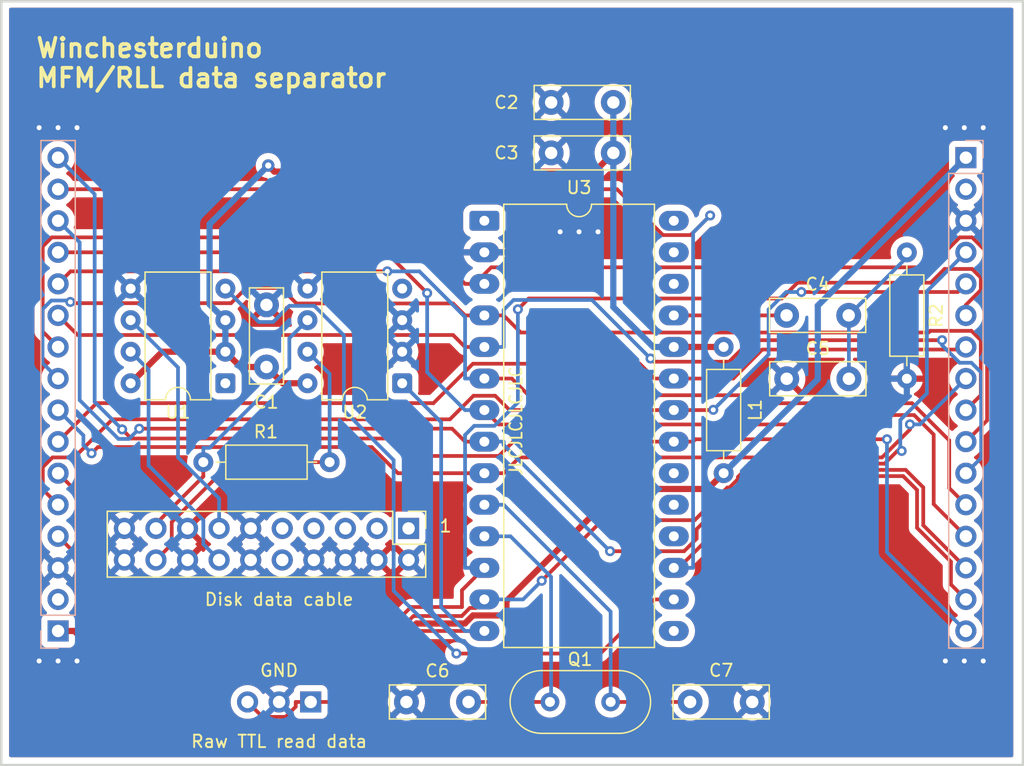
<source format=kicad_pcb>
(kicad_pcb (version 20241229) (generator "pcbnew") (generator_version "9.0")
  (title_block (date "mar. 31 mars 2015"))
  (layers (0 "F.Cu" signal) (2 "B.Cu" signal) (13 "F.Paste" user) (15 "B.Paste" user) (5 "F.SilkS" user "F.Silkscreen") (7 "B.SilkS" user "B.Silkscreen") (1 "F.Mask" user) (3 "B.Mask" user) (25 "Edge.Cuts" user))
  (net 0 "")
  (net 1 "GND")
  (net 2 "/+5VF")
  (net 3 "Net-(C4-Pad2)")
  (net 4 "Net-(U3-PUMP)")
  (net 10 "Net-(U3-XTALOUT)")
  (net 11 "Net-(U3-XTALIN)")
  (net 12 "/SC")
  (net 13 "/WGATE")
  (net 14 "/RLL~{MFM}")
  (net 15 "/WCLOCK")
  (net 16 "/RCLOCK")
  (net 18 "/~{LATE}")
  (net 19 "/RDATA")
  (net 20 "/WDATA")
  (net 21 "/RGATE")
  (net 22 "/~{EARLY}")
  (net 23 "/DATARUN")
  (net 24 "/+5V")
  (net 25 "/WPCEN")
  (net 26 "/WINDOW")
  (net 28 "/+WRITE")
  (net 34 "/-READ")
  (net 35 "/+READ")
  (net 36 "/-WRITE")
  (net 37 "Net-(J4-Pin_1)")
  (net 39 "Net-(U1-D)")
  (footprint "Capacitor_THT:C_Disc_D7.5mm_W2.5mm_P5.00mm" (layer "F.Cu") (at 148.474 50.724 180)
    (property "Reference" "C3" (at 8.596 0 0) (layer "F.SilkS"))
    (property "Value" "1n0")
    (pad "1" thru_hole circle (at 0 0 180) (size 2 2) (drill 1) (layers "*.Cu" "*.Mask") (net 2 "/+5VF"))
    (pad "2" thru_hole circle (at 5 0 180) (size 2 2) (drill 1) (layers "*.Cu" "*.Mask") (net 1 "GND"))
  )
  (footprint "Package_DIP:DIP-8_W7.62mm" (layer "F.Cu") (at 131.491 69.266 180)
    (property "Reference" "U2" (at 3.81 -2.33 0) (layer "F.SilkS"))
    (property "Value" "SN75176")
    (pad "1" thru_hole roundrect (at 0 0 180) (size 1.6 1.6) (drill 0.8) (layers "*.Cu" "*.Mask") (roundrect_rratio 0.15625) (net 37 "Net-(J4-Pin_1)"))
    (pad "2" thru_hole circle (at 0 2.54 180) (size 1.6 1.6) (drill 0.8) (layers "*.Cu" "*.Mask") (net 1 "GND"))
    (pad "3" thru_hole circle (at 0 5.08 180) (size 1.6 1.6) (drill 0.8) (layers "*.Cu" "*.Mask") (net 1 "GND"))
    (pad "4" thru_hole circle (at 0 7.62 180) (size 1.6 1.6) (drill 0.8) (layers "*.Cu" "*.Mask"))
    (pad "5" thru_hole circle (at 7.62 7.62 180) (size 1.6 1.6) (drill 0.8) (layers "*.Cu" "*.Mask") (net 1 "GND"))
    (pad "6" thru_hole circle (at 7.62 5.08 180) (size 1.6 1.6) (drill 0.8) (layers "*.Cu" "*.Mask") (net 35 "/+READ"))
    (pad "7" thru_hole circle (at 7.62 2.54 180) (size 1.6 1.6) (drill 0.8) (layers "*.Cu" "*.Mask") (net 34 "/-READ"))
    (pad "8" thru_hole circle (at 7.62 0 180) (size 1.6 1.6) (drill 0.8) (layers "*.Cu" "*.Mask") (net 2 "/+5VF"))
  )
  (footprint "Resistor_THT:R_Axial_DIN0207_L6.3mm_D2.5mm_P10.16mm_Horizontal" (layer "F.Cu") (at 172.0855 58.7355 -90)
    (property "Reference" "R2" (at 5.08 -2.37 90) (layer "F.SilkS"))
    (property "Value" "590")
    (pad "1" thru_hole circle (at 0 0 270) (size 1.6 1.6) (drill 0.8) (layers "*.Cu" "*.Mask") (net 3 "Net-(C4-Pad2)"))
    (pad "2" thru_hole oval (at 10.16 0 270) (size 1.6 1.6) (drill 0.8) (layers "*.Cu" "*.Mask") (net 1 "GND"))
  )
  (footprint "Package_DIP:DIP-28_W15.24mm_LongPads" (layer "F.Cu") (at 138.1 56.185)
    (property "Reference" "U3" (at 7.62 -2.667 0) (layer "F.SilkS"))
    (property "Value" "WD10C23")
    (pad "1" thru_hole roundrect (at 0 0) (size 2.4 1.6) (drill 0.8) (layers "*.Cu" "*.Mask") (roundrect_rratio 0.15625))
    (pad "2" thru_hole oval (at 0 2.54) (size 2.4 1.6) (drill 0.8) (layers "*.Cu" "*.Mask") (net 1 "GND"))
    (pad "3" thru_hole oval (at 0 5.08) (size 2.4 1.6) (drill 0.8) (layers "*.Cu" "*.Mask") (net 13 "/WGATE"))
    (pad "4" thru_hole oval (at 0 7.62) (size 2.4 1.6) (drill 0.8) (layers "*.Cu" "*.Mask") (net 21 "/RGATE"))
    (pad "5" thru_hole oval (at 0 10.16) (size 2.4 1.6) (drill 0.8) (layers "*.Cu" "*.Mask") (net 25 "/WPCEN"))
    (pad "6" thru_hole oval (at 0 12.7) (size 2.4 1.6) (drill 0.8) (layers "*.Cu" "*.Mask") (net 18 "/~{LATE}"))
    (pad "7" thru_hole oval (at 0 15.24) (size 2.4 1.6) (drill 0.8) (layers "*.Cu" "*.Mask") (net 22 "/~{EARLY}"))
    (pad "8" thru_hole oval (at 0 17.78) (size 2.4 1.6) (drill 0.8) (layers "*.Cu" "*.Mask") (net 20 "/WDATA"))
    (pad "9" thru_hole oval (at 0 20.32) (size 2.4 1.6) (drill 0.8) (layers "*.Cu" "*.Mask") (net 15 "/WCLOCK"))
    (pad "10" thru_hole oval (at 0 22.86) (size 2.4 1.6) (drill 0.8) (layers "*.Cu" "*.Mask") (net 11 "Net-(U3-XTALIN)"))
    (pad "11" thru_hole oval (at 0 25.4) (size 2.4 1.6) (drill 0.8) (layers "*.Cu" "*.Mask") (net 10 "Net-(U3-XTALOUT)"))
    (pad "12" thru_hole oval (at 0 27.94) (size 2.4 1.6) (drill 0.8) (layers "*.Cu" "*.Mask") (net 23 "/DATARUN"))
    (pad "13" thru_hole oval (at 0 30.48) (size 2.4 1.6) (drill 0.8) (layers "*.Cu" "*.Mask") (net 26 "/WINDOW"))
    (pad "14" thru_hole oval (at 0 33.02) (size 2.4 1.6) (drill 0.8) (layers "*.Cu" "*.Mask") (net 37 "Net-(J4-Pin_1)"))
    (pad "15" thru_hole oval (at 15.24 33.02) (size 2.4 1.6) (drill 0.8) (layers "*.Cu" "*.Mask"))
    (pad "16" thru_hole oval (at 15.24 30.48) (size 2.4 1.6) (drill 0.8) (layers "*.Cu" "*.Mask") (net 39 "Net-(U1-D)"))
    (pad "17" thru_hole oval (at 15.24 27.94) (size 2.4 1.6) (drill 0.8) (layers "*.Cu" "*.Mask") (net 14 "/RLL~{MFM}"))
    (pad "18" thru_hole oval (at 15.24 25.4) (size 2.4 1.6) (drill 0.8) (layers "*.Cu" "*.Mask"))
    (pad "19" thru_hole oval (at 15.24 22.86) (size 2.4 1.6) (drill 0.8) (layers "*.Cu" "*.Mask"))
    (pad "20" thru_hole oval (at 15.24 20.32) (size 2.4 1.6) (drill 0.8) (layers "*.Cu" "*.Mask"))
    (pad "21" thru_hole oval (at 15.24 17.78) (size 2.4 1.6) (drill 0.8) (layers "*.Cu" "*.Mask") (net 12 "/SC"))
    (pad "22" thru_hole oval (at 15.24 15.24) (size 2.4 1.6) (drill 0.8) (layers "*.Cu" "*.Mask") (net 19 "/RDATA"))
    (pad "23" thru_hole oval (at 15.24 12.7) (size 2.4 1.6) (drill 0.8) (layers "*.Cu" "*.Mask") (net 16 "/RCLOCK"))
    (pad "24" thru_hole oval (at 15.24 10.16) (size 2.4 1.6) (drill 0.8) (layers "*.Cu" "*.Mask") (net 2 "/+5VF"))
    (pad "25" thru_hole oval (at 15.24 7.62) (size 2.4 1.6) (drill 0.8) (layers "*.Cu" "*.Mask") (net 4 "Net-(U3-PUMP)"))
    (pad "26" thru_hole oval (at 15.24 5.08) (size 2.4 1.6) (drill 0.8) (layers "*.Cu" "*.Mask"))
    (pad "27" thru_hole oval (at 15.24 2.54) (size 2.4 1.6) (drill 0.8) (layers "*.Cu" "*.Mask"))
    (pad "28" thru_hole oval (at 15.24 0) (size 2.4 1.6) (drill 0.8) (layers "*.Cu" "*.Mask"))
  )
  (footprint "Connector_PinHeader_2.54mm:PinHeader_2x10_P2.54mm_Vertical" (layer "F.Cu") (at 132.004 80.95 -90)
    (property "Reference" "J3" (hide yes))
    (property "Value" "Conn_02x10_Odd_Even")
    (pad "1" thru_hole rect (at 0 0 270) (size 1.7 1.7) (drill 1) (layers "*.Cu" "*.Mask"))
    (pad "2" thru_hole circle (at 2.54 0 270) (size 1.7 1.7) (drill 1) (layers "*.Cu" "*.Mask") (net 1 "GND"))
    (pad "3" thru_hole circle (at 0 2.54 270) (size 1.7 1.7) (drill 1) (layers "*.Cu" "*.Mask"))
    (pad "4" thru_hole circle (at 2.54 2.54 270) (size 1.7 1.7) (drill 1) (layers "*.Cu" "*.Mask") (net 1 "GND"))
    (pad "5" thru_hole circle (at 0 5.08 270) (size 1.7 1.7) (drill 1) (layers "*.Cu" "*.Mask"))
    (pad "6" thru_hole circle (at 2.54 5.08 270) (size 1.7 1.7) (drill 1) (layers "*.Cu" "*.Mask") (net 1 "GND"))
    (pad "7" thru_hole circle (at 0 7.62 270) (size 1.7 1.7) (drill 1) (layers "*.Cu" "*.Mask"))
    (pad "8" thru_hole circle (at 2.54 7.62 270) (size 1.7 1.7) (drill 1) (layers "*.Cu" "*.Mask") (net 1 "GND"))
    (pad "9" thru_hole circle (at 0 10.16 270) (size 1.7 1.7) (drill 1) (layers "*.Cu" "*.Mask"))
    (pad "10" thru_hole circle (at 2.54 10.16 270) (size 1.7 1.7) (drill 1) (layers "*.Cu" "*.Mask"))
    (pad "11" thru_hole circle (at 0 12.7 270) (size 1.7 1.7) (drill 1) (layers "*.Cu" "*.Mask") (net 1 "GND"))
    (pad "12" thru_hole circle (at 2.54 12.7 270) (size 1.7 1.7) (drill 1) (layers "*.Cu" "*.Mask") (net 1 "GND"))
    (pad "13" thru_hole circle (at 0 15.24 270) (size 1.7 1.7) (drill 1) (layers "*.Cu" "*.Mask") (net 28 "/+WRITE"))
    (pad "14" thru_hole circle (at 2.54 15.24 270) (size 1.7 1.7) (drill 1) (layers "*.Cu" "*.Mask") (net 36 "/-WRITE"))
    (pad "15" thru_hole circle (at 0 17.78 270) (size 1.7 1.7) (drill 1) (layers "*.Cu" "*.Mask") (net 1 "GND"))
    (pad "16" thru_hole circle (at 2.54 17.78 270) (size 1.7 1.7) (drill 1) (layers "*.Cu" "*.Mask") (net 1 "GND"))
    (pad "17" thru_hole circle (at 0 20.32 270) (size 1.7 1.7) (drill 1) (layers "*.Cu" "*.Mask") (net 35 "/+READ"))
    (pad "18" thru_hole circle (at 2.54 20.32 270) (size 1.7 1.7) (drill 1) (layers "*.Cu" "*.Mask") (net 34 "/-READ"))
    (pad "19" thru_hole circle (at 0 22.86 270) (size 1.7 1.7) (drill 1) (layers "*.Cu" "*.Mask") (net 1 "GND"))
    (pad "20" thru_hole circle (at 2.54 22.86 270) (size 1.7 1.7) (drill 1) (layers "*.Cu" "*.Mask") (net 1 "GND"))
  )
  (footprint "Capacitor_THT:C_Disc_D7.5mm_W2.5mm_P5.00mm" (layer "F.Cu") (at 120.574 67.956 90)
    (property "Reference" "C1" (at -2.834 0 180) (layer "F.SilkS"))
    (property "Value" "100n")
    (pad "1" thru_hole circle (at 0 0 90) (size 2 2) (drill 1) (layers "*.Cu" "*.Mask") (net 2 "/+5VF"))
    (pad "2" thru_hole circle (at 5 0 90) (size 2 2) (drill 1) (layers "*.Cu" "*.Mask") (net 1 "GND"))
  )
  (footprint "Capacitor_THT:C_Disc_D7.5mm_W2.5mm_P5.00mm" (layer "F.Cu") (at 162.4107 63.8015)
    (property "Reference" "C4" (at 2.5 -2.5 0) (layer "F.SilkS"))
    (property "Value" "4n7")
    (pad "1" thru_hole circle (at 0 0) (size 2 2) (drill 1) (layers "*.Cu" "*.Mask") (net 4 "Net-(U3-PUMP)"))
    (pad "2" thru_hole circle (at 5 0) (size 2 2) (drill 1) (layers "*.Cu" "*.Mask") (net 3 "Net-(C4-Pad2)"))
  )
  (footprint "Resistor_THT:R_Axial_DIN0207_L6.3mm_D2.5mm_P10.16mm_Horizontal" (layer "F.Cu") (at 157.3498 76.502 90)
    (property "Reference" "L1" (at 5.08 2.54 90) (layer "F.SilkS"))
    (property "Value" "ferrite bead")
    (pad "1" thru_hole circle (at 0 0 90) (size 1.6 1.6) (drill 0.8) (layers "*.Cu" "*.Mask") (net 24 "/+5V"))
    (pad "2" thru_hole oval (at 10.16 0 90) (size 1.6 1.6) (drill 0.8) (layers "*.Cu" "*.Mask") (net 2 "/+5VF"))
  )
  (footprint "Resistor_THT:R_Axial_DIN0207_L6.3mm_D2.5mm_P10.16mm_Horizontal" (layer "F.Cu") (at 125.654 75.616 180)
    (property "Reference" "R1" (at 5.125645 2.440655 0) (layer "F.SilkS"))
    (property "Value" "100")
    (pad "1" thru_hole circle (at 0 0 180) (size 1.6 1.6) (drill 0.8) (layers "*.Cu" "*.Mask") (net 34 "/-READ"))
    (pad "2" thru_hole oval (at 10.16 0 180) (size 1.6 1.6) (drill 0.8) (layers "*.Cu" "*.Mask") (net 35 "/+READ"))
  )
  (footprint "Crystal:Crystal_HC49-U_Vertical" (layer "F.Cu") (at 143.38 94.92)
    (property "Reference" "Q1" (at 2.416903 -3.429205 0) (layer "F.SilkS"))
    (property "Value" "10 MHz")
    (pad "1" thru_hole circle (at 0 0) (size 1.5 1.5) (drill 0.8) (layers "*.Cu" "*.Mask") (net 10 "Net-(U3-XTALOUT)"))
    (pad "2" thru_hole circle (at 4.88 0) (size 1.5 1.5) (drill 0.8) (layers "*.Cu" "*.Mask") (net 11 "Net-(U3-XTALIN)"))
  )
  (footprint "Capacitor_THT:C_Disc_D7.5mm_W2.5mm_P5.00mm" (layer "F.Cu") (at 159.65 94.92 180)
    (property "Reference" "C7" (at 2.5 2.54 0) (layer "F.SilkS"))
    (property "Value" "68p")
    (pad "1" thru_hole circle (at 0 0 180) (size 2 2) (drill 1) (layers "*.Cu" "*.Mask") (net 1 "GND"))
    (pad "2" thru_hole circle (at 5 0 180) (size 2 2) (drill 1) (layers "*.Cu" "*.Mask") (net 11 "Net-(U3-XTALIN)"))
  )
  (footprint "Capacitor_THT:C_Disc_D7.5mm_W2.5mm_P5.00mm" (layer "F.Cu") (at 167.4238 68.9033 180)
    (property "Reference" "C5" (at 2.5 2.431257 0) (layer "F.SilkS"))
    (property "Value" "150p")
    (pad "1" thru_hole circle (at 0 0 180) (size 2 2) (drill 1) (layers "*.Cu" "*.Mask") (net 3 "Net-(C4-Pad2)"))
    (pad "2" thru_hole circle (at 5 0 180) (size 2 2) (drill 1) (layers "*.Cu" "*.Mask") (net 1 "GND"))
  )
  (footprint "Capacitor_THT:C_Disc_D7.5mm_W2.5mm_P5.00mm" (layer "F.Cu") (at 148.474 46.66 180)
    (property "Reference" "C2" (at 8.596 0 0) (layer "F.SilkS"))
    (property "Value" "100n")
    (pad "1" thru_hole circle (at 0 0 180) (size 2 2) (drill 1) (layers "*.Cu" "*.Mask") (net 2 "/+5VF"))
    (pad "2" thru_hole circle (at 5 0 180) (size 2 2) (drill 1) (layers "*.Cu" "*.Mask") (net 1 "GND"))
  )
  (footprint "Package_DIP:DIP-8_W7.62mm" (layer "F.Cu") (at 117.267 69.266 180)
    (property "Reference" "U1" (at 3.81 -2.33 0) (layer "F.SilkS"))
    (property "Value" "SN75176")
    (pad "1" thru_hole roundrect (at 0 0 180) (size 1.6 1.6) (drill 0.8) (layers "*.Cu" "*.Mask") (roundrect_rratio 0.15625))
    (pad "2" thru_hole circle (at 0 2.54 180) (size 1.6 1.6) (drill 0.8) (layers "*.Cu" "*.Mask") (net 2 "/+5VF"))
    (pad "3" thru_hole circle (at 0 5.08 180) (size 1.6 1.6) (drill 0.8) (layers "*.Cu" "*.Mask") (net 2 "/+5VF"))
    (pad "4" thru_hole circle (at 0 7.62 180) (size 1.6 1.6) (drill 0.8) (layers "*.Cu" "*.Mask") (net 39 "Net-(U1-D)"))
    (pad "5" thru_hole circle (at 7.62 7.62 180) (size 1.6 1.6) (drill 0.8) (layers "*.Cu" "*.Mask") (net 1 "GND"))
    (pad "6" thru_hole circle (at 7.62 5.08 180) (size 1.6 1.6) (drill 0.8) (layers "*.Cu" "*.Mask") (net 28 "/+WRITE"))
    (pad "7" thru_hole circle (at 7.62 2.54 180) (size 1.6 1.6) (drill 0.8) (layers "*.Cu" "*.Mask") (net 36 "/-WRITE"))
    (pad "8" thru_hole circle (at 7.62 0 180) (size 1.6 1.6) (drill 0.8) (layers "*.Cu" "*.Mask") (net 2 "/+5VF"))
  )
  (footprint "Capacitor_THT:C_Disc_D7.5mm_W2.5mm_P5.00mm" (layer "F.Cu") (at 131.83 94.92)
    (property "Reference" "C6" (at 2.5 -2.5 0) (layer "F.SilkS"))
    (property "Value" "47p")
    (pad "1" thru_hole circle (at 0 0) (size 2 2) (drill 1) (layers "*.Cu" "*.Mask") (net 1 "GND"))
    (pad "2" thru_hole circle (at 5 0) (size 2 2) (drill 1) (layers "*.Cu" "*.Mask") (net 10 "Net-(U3-XTALOUT)"))
  )
  (footprint "Connector_PinHeader_2.54mm:PinHeader_1x03_P2.54mm_Vertical" (layer "F.Cu") (at 124.13 94.92 -90)
    (property "Reference" "J4" (hide yes))
    (property "Value" "TTL read data to logic analyzer (optional)")
    (pad "1" thru_hole rect (at 0 0 270) (size 1.7 1.7) (drill 1) (layers "*.Cu" "*.Mask") (net 37 "Net-(J4-Pin_1)"))
    (pad "2" thru_hole circle (at 0 2.54 270) (size 1.7 1.7) (drill 1) (layers "*.Cu" "*.Mask") (net 1 "GND"))
    (pad "3" thru_hole circle (at 0 5.08 270) (size 1.7 1.7) (drill 1) (layers "*.Cu" "*.Mask") (net 37 "Net-(J4-Pin_1)"))
  )
  (footprint "Connector_PinHeader_2.54mm:PinHeader_1x16_P2.54mm_Vertical" (layer "B.Cu") (at 176.835 51.105 180)
    (property "Reference" "J2" (hide yes))
    (property "Value" "Conn_01x16")
    (pad "1" thru_hole rect (at 0 0 180) (size 1.7 1.7) (drill 1) (layers "*.Cu" "*.Mask") (net 24 "/+5V"))
    (pad "2" thru_hole circle (at 0 -2.54 180) (size 1.7 1.7) (drill 1) (layers "*.Cu" "*.Mask"))
    (pad "3" thru_hole circle (at 0 -5.08 180) (size 1.7 1.7) (drill 1) (layers "*.Cu" "*.Mask") (net 1 "GND"))
    (pad "4" thru_hole circle (at 0 -7.62 180) (size 1.7 1.7) (drill 1) (layers "*.Cu" "*.Mask") (net 26 "/WINDOW"))
    (pad "5" thru_hole circle (at 0 -10.16 180) (size 1.7 1.7) (drill 1) (layers "*.Cu" "*.Mask") (net 19 "/RDATA"))
    (pad "6" thru_hole circle (at 0 -12.7 180) (size 1.7 1.7) (drill 1) (layers "*.Cu" "*.Mask") (net 23 "/DATARUN"))
    (pad "7" thru_hole circle (at 0 -15.24 180) (size 1.7 1.7) (drill 1) (layers "*.Cu" "*.Mask") (net 16 "/RCLOCK"))
    (pad "8" thru_hole circle (at 0 -17.78 180) (size 1.7 1.7) (drill 1) (layers "*.Cu" "*.Mask") (net 15 "/WCLOCK"))
    (pad "9" thru_hole circle (at 0 -20.32 180) (size 1.7 1.7) (drill 1) (layers "*.Cu" "*.Mask") (net 21 "/RGATE"))
    (pad "10" thru_hole circle (at 0 -22.86 180) (size 1.7 1.7) (drill 1) (layers "*.Cu" "*.Mask") (net 13 "/WGATE"))
    (pad "11" thru_hole circle (at 0 -25.4 180) (size 1.7 1.7) (drill 1) (layers "*.Cu" "*.Mask") (net 25 "/WPCEN"))
    (pad "12" thru_hole circle (at 0 -27.94 180) (size 1.7 1.7) (drill 1) (layers "*.Cu" "*.Mask") (net 18 "/~{LATE}"))
    (pad "13" thru_hole circle (at 0 -30.48 180) (size 1.7 1.7) (drill 1) (layers "*.Cu" "*.Mask") (net 22 "/~{EARLY}"))
    (pad "14" thru_hole circle (at 0 -33.02 180) (size 1.7 1.7) (drill 1) (layers "*.Cu" "*.Mask") (net 20 "/WDATA"))
    (pad "15" thru_hole circle (at 0 -35.56 180) (size 1.7 1.7) (drill 1) (layers "*.Cu" "*.Mask") (net 14 "/RLL~{MFM}"))
    (pad "16" thru_hole circle (at 0 -38.1 180) (size 1.7 1.7) (drill 1) (layers "*.Cu" "*.Mask") (net 12 "/SC"))
  )
  (footprint "Connector_PinHeader_2.54mm:PinHeader_1x16_P2.54mm_Vertical" (layer "B.Cu") (at 103.81 89.205)
    (property "Reference" "J1" (hide yes))
    (property "Value" "Conn_01x16")
    (pad "1" thru_hole rect (at 0 0) (size 1.7 1.7) (drill 1) (layers "*.Cu" "*.Mask") (net 24 "/+5V"))
    (pad "2" thru_hole circle (at 0 -2.54) (size 1.7 1.7) (drill 1) (layers "*.Cu" "*.Mask"))
    (pad "3" thru_hole circle (at 0 -5.08) (size 1.7 1.7) (drill 1) (layers "*.Cu" "*.Mask") (net 1 "GND"))
    (pad "4" thru_hole circle (at 0 -7.62) (size 1.7 1.7) (drill 1) (layers "*.Cu" "*.Mask") (net 26 "/WINDOW"))
    (pad "5" thru_hole circle (at 0 -10.16) (size 1.7 1.7) (drill 1) (layers "*.Cu" "*.Mask") (net 19 "/RDATA"))
    (pad "6" thru_hole circle (at 0 -12.7) (size 1.7 1.7) (drill 1) (layers "*.Cu" "*.Mask") (net 23 "/DATARUN"))
    (pad "7" thru_hole circle (at 0 -15.24) (size 1.7 1.7) (drill 1) (layers "*.Cu" "*.Mask") (net 16 "/RCLOCK"))
    (pad "8" thru_hole circle (at 0 -17.78) (size 1.7 1.7) (drill 1) (layers "*.Cu" "*.Mask") (net 15 "/WCLOCK"))
    (pad "9" thru_hole circle (at 0 -20.32) (size 1.7 1.7) (drill 1) (layers "*.Cu" "*.Mask") (net 21 "/RGATE"))
    (pad "10" thru_hole circle (at 0 -22.86) (size 1.7 1.7) (drill 1) (layers "*.Cu" "*.Mask") (net 13 "/WGATE"))
    (pad "11" thru_hole circle (at 0 -25.4) (size 1.7 1.7) (drill 1) (layers "*.Cu" "*.Mask") (net 25 "/WPCEN"))
    (pad "12" thru_hole circle (at 0 -27.94) (size 1.7 1.7) (drill 1) (layers "*.Cu" "*.Mask") (net 18 "/~{LATE}"))
    (pad "13" thru_hole circle (at 0 -30.48) (size 1.7 1.7) (drill 1) (layers "*.Cu" "*.Mask") (net 22 "/~{EARLY}"))
    (pad "14" thru_hole circle (at 0 -33.02) (size 1.7 1.7) (drill 1) (layers "*.Cu" "*.Mask") (net 20 "/WDATA"))
    (pad "15" thru_hole circle (at 0 -35.56) (size 1.7 1.7) (drill 1) (layers "*.Cu" "*.Mask") (net 14 "/RLL~{MFM}"))
    (pad "16" thru_hole circle (at 0 -38.1) (size 1.7 1.7) (drill 1) (layers "*.Cu" "*.Mask") (net 12 "/SC"))
  )
  (gr_rect (start 99.238 38.515) (end 181.426727 100) (stroke (width 0.2)) (fill no) (layer "Edge.Cuts"))
  (gr_text "Winchesterduino\nMFM/RLL data separator" (at 101.905 43.485 0) (layer "F.SilkS") (effects (font (size 1.5 1.5) (thickness 0.3) (bold yes)) (justify left)))
  (gr_text "GND" (at 121.59 92.38 0) (layer "F.SilkS") (effects (font (size 1 1))))
  (gr_text "Raw TTL read data" (at 121.59 98.095 0) (layer "F.SilkS") (effects (font (size 1 1))))
  (gr_text "Disk data cable" (at 121.59 86.665 0) (layer "F.SilkS") (effects (font (size 1 1))))
  (gr_text "1" (at 134.983348 80.754446 0) (layer "F.SilkS") (effects (font (size 1 1))))
  (gr_text "JLCJLCJLCJLC" (at 140.64 72.314 90) (layer "F.SilkS") (effects (font (size 1 0.85) (thickness 0.15) (bold yes))))
  (via (at 175.184 91.618) (size 0.8) (drill 0.4) (layers "F.Cu" "B.Cu") (net 1))
  (via (at 175.184 48.692) (size 0.8) (drill 0.4) (layers "F.Cu" "B.Cu") (net 1))
  (via (at 144.196 57.074) (size 0.8) (drill 0.4) (layers "F.Cu" "B.Cu") (net 1))
  (via (at 103.81 48.692) (size 0.8) (drill 0.4) (layers "F.Cu" "B.Cu") (net 1))
  (via (at 176.708 91.618) (size 0.8) (drill 0.4) (layers "F.Cu" "B.Cu") (net 1))
  (via (at 147.244 57.074) (size 0.8) (drill 0.4) (layers "F.Cu" "B.Cu") (net 1))
  (via (at 145.72 57.074) (size 0.8) (drill 0.4) (layers "F.Cu" "B.Cu") (net 1))
  (via (at 102.286 48.692) (size 0.8) (drill 0.4) (layers "F.Cu" "B.Cu") (net 1))
  (via (at 105.334 48.692) (size 0.8) (drill 0.4) (layers "F.Cu" "B.Cu") (net 1))
  (via (at 105.334 91.618) (size 0.8) (drill 0.4) (layers "F.Cu" "B.Cu") (net 1))
  (via (at 176.708 48.692) (size 0.8) (drill 0.4) (layers "F.Cu" "B.Cu") (net 1))
  (via (at 102.286 91.618) (size 0.8) (drill 0.4) (layers "F.Cu" "B.Cu") (net 1))
  (via (at 178.232 91.618) (size 0.8) (drill 0.4) (layers "F.Cu" "B.Cu") (net 1))
  (via (at 178.232 48.692) (size 0.8) (drill 0.4) (layers "F.Cu" "B.Cu") (net 1))
  (via (at 103.81 91.618) (size 0.8) (drill 0.4) (layers "F.Cu" "B.Cu") (net 1))
  (segment (start 118.497 67.956) (end 117.267 66.726) (width 0.5) (layer "F.Cu") (net 2))
  (segment (start 120.574 67.956) (end 118.497 67.956) (width 0.5) (layer "F.Cu") (net 2))
  (segment (start 112.187 66.726) (end 117.267 66.726) (width 0.5) (layer "F.Cu") (net 2))
  (segment (start 154.1659 66.345) (end 154.9917 66.345) (width 0.5) (layer "F.Cu") (net 2))
  (segment (start 121.2061 52.2273) (end 146.9707 52.2273) (width 0.5) (layer "F.Cu") (net 2))
  (segment (start 154.1659 66.345) (end 153.34 66.345) (width 0.5) (layer "F.Cu") (net 2))
  (segment (start 157.3498 66.342) (end 154.9947 66.342) (width 0.5) (layer "F.Cu") (net 2))
  (segment (start 120.574 67.956) (end 121.884 69.266) (width 0.5) (layer "F.Cu") (net 2))
  (segment (start 146.9707 52.2273) (end 148.474 50.724) (width 0.5) (layer "F.Cu") (net 2))
  (segment (start 121.884 69.266) (end 123.871 69.266) (width 0.5) (layer "F.Cu") (net 2))
  (segment (start 109.647 69.266) (end 112.187 66.726) (width 0.5) (layer "F.Cu") (net 2))
  (segment (start 154.9947 66.342) (end 154.9917 66.345) (width 0.5) (layer "F.Cu") (net 2))
  (segment (start 120.7162 51.7374) (end 121.2061 52.2273) (width 0.5) (layer "F.Cu") (net 2))
  (via (at 120.7162 51.7374) (size 1) (drill 0.5) (layers "F.Cu" "B.Cu") (net 2))
  (segment (start 148.474 46.66) (end 148.474 50.724) (width 0.5) (layer "B.Cu") (net 2))
  (segment (start 148.474 63.1307) (end 151.6883 66.345) (width 0.5) (layer "B.Cu") (net 2))
  (segment (start 117.267 66.726) (end 117.267 64.186) (width 0.5) (layer "B.Cu") (net 2))
  (segment (start 148.474 50.724) (end 148.474 63.1307) (width 0.5) (layer "B.Cu") (net 2))
  (segment (start 153.34 66.345) (end 151.6883 66.345) (width 0.5) (layer "B.Cu") (net 2))
  (segment (start 115.9959 62.9149) (end 115.9959 56.4577) (width 0.5) (layer "B.Cu") (net 2))
  (segment (start 117.267 64.186) (end 115.9959 62.9149) (width 0.5) (layer "B.Cu") (net 2))
  (segment (start 115.9959 56.4577) (end 120.7162 51.7374) (width 0.5) (layer "B.Cu") (net 2))
  (segment (start 172.0828 58.7382) (end 172.0855 58.7355) (width 0.3) (layer "F.Cu") (net 3))
  (segment (start 167.4107 63.8015) (end 167.4238 63.8146) (width 0.3) (layer "B.Cu") (net 3))
  (segment (start 167.4238 63.8146) (end 167.4238 68.9033) (width 0.3) (layer "B.Cu") (net 3))
  (segment (start 172.0855 59.1267) (end 172.0855 58.7355) (width 0.3) (layer "B.Cu") (net 3))
  (segment (start 167.4107 63.8015) (end 172.0855 59.1267) (width 0.3) (layer "B.Cu") (net 3))
  (segment (start 162.4107 63.8015) (end 154.8952 63.8015) (width 0.3) (layer "F.Cu") (net 4))
  (segment (start 153.34 63.805) (end 154.8917 63.805) (width 0.3) (layer "F.Cu") (net 4))
  (segment (start 154.8952 63.8015) (end 154.8917 63.805) (width 0.3) (layer "F.Cu") (net 4))
  (segment (start 143.38 94.92) (end 136.83 94.92) (width 0.3) (layer "F.Cu") (net 10))
  (segment (start 143.4666 94.8334) (end 143.4666 84.8527) (width 0.3) (layer "B.Cu") (net 10))
  (segment (start 143.4666 84.8527) (end 140.1989 81.585) (width 0.3) (layer "B.Cu") (net 10))
  (segment (start 140.1989 81.585) (end 139.6517 81.585) (width 0.3) (layer "B.Cu") (net 10))
  (segment (start 138.1 81.585) (end 139.6517 81.585) (width 0.3) (layer "B.Cu") (net 10))
  (segment (start 143.38 94.92) (end 143.4666 94.8334) (width 0.3) (layer "B.Cu") (net 10))
  (segment (start 154.65 94.92) (end 148.26 94.92) (width 0.3) (layer "F.Cu") (net 11))
  (segment (start 148.26 87.6533) (end 139.6517 79.045) (width 0.3) (layer "B.Cu") (net 11))
  (segment (start 148.26 94.92) (end 148.26 87.6533) (width 0.3) (layer "B.Cu") (net 11))
  (segment (start 138.1 79.045) (end 139.6517 79.045) (width 0.3) (layer "B.Cu") (net 11))
  (segment (start 155.0837 73.773) (end 170.4874 73.773) (width 0.3) (layer "F.Cu") (net 12))
  (segment (start 140.4215 73.965) (end 139.2698 75.1167) (width 0.3) (layer "F.Cu") (net 12))
  (segment (start 130.4903 73.7122) (end 109.6981 73.7122) (width 0.3) (layer "F.Cu") (net 12))
  (segment (start 153.34 73.965) (end 140.4215 73.965) (width 0.3) (layer "F.Cu") (net 12))
  (segment (start 154.8917 73.965) (end 155.0837 73.773) (width 0.3) (layer "F.Cu") (net 12))
  (segment (start 109.6981 73.7122) (end 108.9645 72.9786) (width 0.3) (layer "F.Cu") (net 12))
  (segment (start 131.8948 75.1167) (end 130.4903 73.7122) (width 0.3) (layer "F.Cu") (net 12))
  (segment (start 153.34 73.965) (end 154.8917 73.965) (width 0.3) (layer "F.Cu") (net 12))
  (segment (start 139.2698 75.1167) (end 131.8948 75.1167) (width 0.3) (layer "F.Cu") (net 12))
  (via (at 170.4874 73.773) (size 0.8) (drill 0.4) (layers "F.Cu" "B.Cu") (net 12))
  (via (at 108.9645 72.9786) (size 0.8) (drill 0.4) (layers "F.Cu" "B.Cu") (net 12))
  (segment (start 106.7535 70.7676) (end 108.9645 72.9786) (width 0.3) (layer "B.Cu") (net 12))
  (segment (start 106.7535 54.0485) (end 106.7535 70.7676) (width 0.3) (layer "B.Cu") (net 12))
  (segment (start 103.81 51.105) (end 106.7535 54.0485) (width 0.3) (layer "B.Cu") (net 12))
  (segment (start 170.4874 82.8574) (end 176.835 89.205) (width 0.3) (layer "B.Cu") (net 12))
  (segment (start 170.4874 73.773) (end 170.4874 82.8574) (width 0.3) (layer "B.Cu") (net 12))
  (segment (start 178.5399 58.7304) (end 177.3328 57.5233) (width 0.3) (layer "F.Cu") (net 13))
  (segment (start 102.5745 65.1095) (end 102.5745 58.2516) (width 0.3) (layer "F.Cu") (net 13))
  (segment (start 138.6554 59.9338) (end 137.3242 61.265) (width 0.3) (layer "F.Cu") (net 13))
  (segment (start 176.3373 57.5233) (end 173.9268 59.9338) (width 0.3) (layer "F.Cu") (net 13))
  (segment (start 176.835 73.965) (end 178.5399 72.2601) (width 0.3) (layer "F.Cu") (net 13))
  (segment (start 177.3328 57.5233) (end 176.3373 57.5233) (width 0.3) (layer "F.Cu") (net 13))
  (segment (start 103.81 66.345) (end 102.5745 65.1095) (width 0.3) (layer "F.Cu") (net 13))
  (segment (start 102.5745 58.2516) (end 103.3049 57.5212) (width 0.3) (layer "F.Cu") (net 13))
  (segment (start 132.8045 57.5212) (end 136.5483 61.265) (width 0.3) (layer "F.Cu") (net 13))
  (segment (start 173.9268 59.9338) (end 138.6554 59.9338) (width 0.3) (layer "F.Cu") (net 13))
  (segment (start 178.5399 72.2601) (end 178.5399 58.7304) (width 0.3) (layer "F.Cu") (net 13))
  (segment (start 138.1 61.265) (end 137.3242 61.265) (width 0.3) (layer "F.Cu") (net 13))
  (segment (start 137.3242 61.265) (end 136.5483 61.265) (width 0.3) (layer "F.Cu") (net 13))
  (segment (start 103.3049 57.5212) (end 132.8045 57.5212) (width 0.3) (layer "F.Cu") (net 13))
  (segment (start 103.81 53.645) (end 148.7712 53.645) (width 0.3) (layer "F.Cu") (net 14))
  (segment (start 172.905 77.85552) (end 172.905 80.903521) (width 0.3) (layer "F.Cu") (net 14))
  (segment (start 160.157102 76.7395) (end 171.78898 76.7395) (width 0.3) (layer "F.Cu") (net 14))
  (segment (start 153.34 84.125) (end 153.74 84.125) (width 0.3) (layer "F.Cu") (net 14))
  (segment (start 175.634 85.464) (end 176.835 86.665) (width 0.3) (layer "F.Cu") (net 14))
  (segment (start 153.74 84.125) (end 155.97326 81.89174) (width 0.3) (layer "F.Cu") (net 14))
  (segment (start 171.78898 76.7395) (end 172.905 77.85552) (width 0.3) (layer "F.Cu") (net 14))
  (segment (start 155.97326 80.92334) (end 160.157102 76.7395) (width 0.3) (layer "F.Cu") (net 14))
  (segment (start 152.4629 57.3367) (end 154.69 57.3367) (width 0.3) (layer "F.Cu") (net 14))
  (segment (start 172.905 80.903521) (end 175.634 83.632521) (width 0.3) (layer "F.Cu") (net 14))
  (segment (start 154.69 57.3367) (end 156.2638 55.7629) (width 0.3) (layer "F.Cu") (net 14))
  (segment (start 155.97326 81.89174) (end 155.97326 80.92334) (width 0.3) (layer "F.Cu") (net 14))
  (segment (start 148.7712 53.645) (end 152.4629 57.3367) (width 0.3) (layer "F.Cu") (net 14))
  (segment (start 175.634 83.632521) (end 175.634 85.464) (width 0.3) (layer "F.Cu") (net 14))
  (via (at 156.2638 55.7629) (size 0.8) (drill 0.4) (layers "F.Cu" "B.Cu") (net 14))
  (segment (start 153.34 84.125) (end 154.8917 84.125) (width 0.3) (layer "B.Cu") (net 14))
  (segment (start 154.8917 84.125) (end 154.8917 57.135) (width 0.3) (layer "B.Cu") (net 14))
  (segment (start 154.8917 57.135) (end 156.2638 55.7629) (width 0.3) (layer "B.Cu") (net 14))
  (segment (start 138.5336 76.505) (end 138.1 76.505) (width 0.3) (layer "F.Cu") (net 15))
  (segment (start 139.6517 76.505) (end 140.9202 75.2365) (width 0.3) (layer "F.Cu") (net 15))
  (segment (start 107.0088 74.4028) (end 106.5056 74.906) (width 0.3) (layer "F.Cu") (net 15))
  (segment (start 131.1502 76.505) (end 129.048 74.4028) (width 0.3) (layer "F.Cu") (net 15))
  (segment (start 140.9202 75.2365) (end 170.0869 75.2365) (width 0.3) (layer "F.Cu") (net 15))
  (segment (start 138.1 76.505) (end 131.1502 76.505) (width 0.3) (layer "F.Cu") (net 15))
  (segment (start 129.048 74.4028) (end 107.0088 74.4028) (width 0.3) (layer "F.Cu") (net 15))
  (segment (start 172.3358 72.9876) (end 172.3358 72.5772) (width 0.3) (layer "F.Cu") (net 15))
  (segment (start 138.5336 76.505) (end 139.6517 76.505) (width 0.3) (layer "F.Cu") (net 15))
  (segment (start 170.0869 75.2365) (end 172.3358 72.9876) (width 0.3) (layer "F.Cu") (net 15))
  (via (at 106.5056 74.906) (size 0.8) (drill 0.4) (layers "F.Cu" "B.Cu") (net 15))
  (via (at 172.3358 72.5772) (size 0.8) (drill 0.4) (layers "F.Cu" "B.Cu") (net 15))
  (segment (start 173.1428 72.5772) (end 172.3358 72.5772) (width 0.3) (layer "B.Cu") (net 15))
  (segment (start 103.81 71.425) (end 105.8453 73.4603) (width 0.3) (layer "B.Cu") (net 15))
  (segment (start 105.8453 73.4603) (end 105.8453 74.2458) (width 0.3) (layer "B.Cu") (net 15))
  (segment (start 105.8453 74.2458) (end 105.8454 74.2458) (width 0.3) (layer "B.Cu") (net 15))
  (segment (start 176.835 68.885) (end 173.1428 72.5772) (width 0.3) (layer "B.Cu") (net 15))
  (segment (start 105.8454 74.2458) (end 106.5056 74.906) (width 0.3) (layer "B.Cu") (net 15))
  (segment (start 106.9097 70.8653) (end 103.81 73.965) (width 0.3) (layer "F.Cu") (net 16))
  (segment (start 137.1786 67.6944) (end 134.0077 70.8653) (width 0.3) (layer "F.Cu") (net 16))
  (segment (start 150.5977 67.6944) (end 137.1786 67.6944) (width 0.3) (layer "F.Cu") (net 16))
  (segment (start 153.34 68.885) (end 151.7883 68.885) (width 0.3) (layer "F.Cu") (net 16))
  (segment (start 176.6301 66.5499) (end 176.835 66.345) (width 0.3) (layer "F.Cu") (net 16))
  (segment (start 160.4571 66.5499) (end 176.6301 66.5499) (width 0.3) (layer "F.Cu") (net 16))
  (segment (start 134.0077 70.8653) (end 106.9097 70.8653) (width 0.3) (layer "F.Cu") (net 16))
  (segment (start 153.34 68.885) (end 158.122 68.885) (width 0.3) (layer "F.Cu") (net 16))
  (segment (start 158.122 68.885) (end 160.4571 66.5499) (width 0.3) (layer "F.Cu") (net 16))
  (segment (start 151.7883 68.885) (end 150.5977 67.6944) (width 0.3) (layer "F.Cu") (net 16))
  (segment (start 130.2926 60.2569) (end 104.8181 60.2569) (width 0.3) (layer "F.Cu") (net 18))
  (segment (start 160.3393 70.8732) (end 172.5068 70.8732) (width 0.3) (layer "F.Cu") (net 18))
  (segment (start 175.4952 77.7052) (end 176.835 79.045) (width 0.3) (layer "F.Cu") (net 18))
  (segment (start 141.6513 70.2283) (end 159.6944 70.2283) (width 0.3) (layer "F.Cu") (net 18))
  (segment (start 138.1 68.885) (end 140.308 68.885) (width 0.3) (layer "F.Cu") (net 18))
  (segment (start 159.6944 70.2283) (end 160.3393 70.8732) (width 0.3) (layer "F.Cu") (net 18))
  (segment (start 104.8181 60.2569) (end 103.81 61.265) (width 0.3) (layer "F.Cu") (net 18))
  (segment (start 172.5068 70.8732) (end 175.4952 73.8616) (width 0.3) (layer "F.Cu") (net 18))
  (segment (start 175.4952 73.8616) (end 175.4952 77.7052) (width 0.3) (layer "F.Cu") (net 18))
  (segment (start 140.308 68.885) (end 141.6513 70.2283) (width 0.3) (layer "F.Cu") (net 18))
  (via (at 130.2926 60.2569) (size 0.8) (drill 0.4) (layers "F.Cu" "B.Cu") (net 18))
  (segment (start 136.5483 63.9328) (end 132.8724 60.2569) (width 0.3) (layer "B.Cu") (net 18))
  (segment (start 136.5483 68.885) (end 136.5483 63.9328) (width 0.3) (layer "B.Cu") (net 18))
  (segment (start 138.1 68.885) (end 136.5483 68.885) (width 0.3) (layer "B.Cu") (net 18))
  (segment (start 132.8724 60.2569) (end 130.2926 60.2569) (width 0.3) (layer "B.Cu") (net 18))
  (segment (start 163.6019 61.9197) (end 176.1803 61.9197) (width 0.3) (layer "F.Cu") (net 19))
  (segment (start 152.9064 71.425) (end 151.7883 71.425) (width 0.3) (layer "F.Cu") (net 19))
  (segment (start 176.1803 61.9197) (end 176.835 61.265) (width 0.3) (layer "F.Cu") (net 19))
  (segment (start 135.3279 72.1683) (end 135.3279 72.1684) (width 0.3) (layer "F.Cu") (net 19))
  (segment (start 156.4937 71.425) (end 156.5146 71.4041) (width 0.3) (layer "F.Cu") (net 19))
  (segment (start 140.1287 71.4249) (end 138.9771 70.2733) (width 0.3) (layer "F.Cu") (net 19))
  (segment (start 102.5816 76.015) (end 102.5816 77.8166) (width 0.3) (layer "F.Cu") (net 19))
  (segment (start 140.1287 71.425) (end 140.1287 71.4249) (width 0.3) (layer "F.Cu") (net 19))
  (segment (start 108.1803 72.1684) (end 105.1137 75.235) (width 0.3) (layer "F.Cu") (net 19))
  (segment (start 103.3616 75.235) (end 102.5816 76.015) (width 0.3) (layer "F.Cu") (net 19))
  (segment (start 137.2229 70.2733) (end 135.3279 72.1683) (width 0.3) (layer "F.Cu") (net 19))
  (segment (start 138.9771 70.2733) (end 137.2229 70.2733) (width 0.3) (layer "F.Cu") (net 19))
  (segment (start 153.34 71.425) (end 156.4937 71.425) (width 0.3) (layer "F.Cu") (net 19))
  (segment (start 135.3279 72.1684) (end 108.1803 72.1684) (width 0.3) (layer "F.Cu") (net 19))
  (segment (start 152.9064 71.425) (end 153.34 71.425) (width 0.3) (layer "F.Cu") (net 19))
  (segment (start 105.1137 75.235) (end 103.3616 75.235) (width 0.3) (layer "F.Cu") (net 19))
  (segment (start 102.5816 77.8166) (end 103.81 79.045) (width 0.3) (layer "F.Cu") (net 19))
  (segment (start 151.7883 71.425) (end 140.1287 71.425) (width 0.3) (layer "F.Cu") (net 19))
  (via (at 163.6019 61.9197) (size 0.8) (drill 0.4) (layers "F.Cu" "B.Cu") (net 19))
  (via (at 156.5146 71.4041) (size 0.8) (drill 0.4) (layers "F.Cu" "B.Cu") (net 19))
  (segment (start 160.9664 66.9523) (end 160.9664 63.3326) (width 0.3) (layer "B.Cu") (net 19))
  (segment (start 160.9664 63.3326) (end 162.3793 61.9197) (width 0.3) (layer "B.Cu") (net 19))
  (segment (start 156.5146 71.4041) (end 160.9664 66.9523) (width 0.3) (layer "B.Cu") (net 19))
  (segment (start 162.3793 61.9197) (end 163.6019 61.9197) (width 0.3) (layer "B.Cu") (net 19))
  (segment (start 148.2107 82.7837) (end 154.16906 82.7837) (width 0.3) (layer "F.Cu") (net 20))
  (segment (start 159.94958 76.2385) (end 171.9965 76.2385) (width 0.3) (layer "F.Cu") (net 20))
  (segment (start 154.16906 82.7837) (end 155.17938 81.77338) (width 0.3) (layer "F.Cu") (net 20))
  (segment (start 135.5034 72.9201) (end 136.5483 73.965) (width 0.3) (layer "F.Cu") (net 20))
  (segment (start 155.17938 81.77338) (end 155.17938 81.008699) (width 0.3) (layer "F.Cu") (net 20))
  (segment (start 173.406 80.696) (end 176.835 84.125) (width 0.3) (layer "F.Cu") (net 20))
  (segment (start 155.17938 81.008699) (end 159.94958 76.2385) (width 0.3) (layer "F.Cu") (net 20))
  (segment (start 138.1 73.965) (end 136.5483 73.965) (width 0.3) (layer "F.Cu") (net 20))
  (segment (start 171.9965 76.2385) (end 173.406 77.648) (width 0.3) (layer "F.Cu") (net 20))
  (segment (start 173.406 77.648) (end 173.406 80.696) (width 0.3) (layer "F.Cu") (net 20))
  (segment (start 110.3385 72.9201) (end 135.5034 72.9201) (width 0.3) (layer "F.Cu") (net 20))
  (via (at 110.3385 72.9201) (size 0.8) (drill 0.4) (layers "F.Cu" "B.Cu") (net 20))
  (via (at 148.2107 82.7837) (size 0.8) (drill 0.4) (layers "F.Cu" "B.Cu") (net 20))
  (segment (start 108.6678 73.7456) (end 105.5474 70.6252) (width 0.3) (layer "B.Cu") (net 20))
  (segment (start 110.3385 72.9201) (end 109.513 73.7456) (width 0.3) (layer "B.Cu") (net 20))
  (segment (start 109.513 73.7456) (end 108.6678 73.7456) (width 0.3) (layer "B.Cu") (net 20))
  (segment (start 105.5474 57.9224) (end 103.81 56.185) (width 0.3) (layer "B.Cu") (net 20))
  (segment (start 139.6517 74.2247) (end 148.2107 82.7837) (width 0.3) (layer "B.Cu") (net 20))
  (segment (start 138.1 73.965) (end 139.6517 73.965) (width 0.3) (layer "B.Cu") (net 20))
  (segment (start 139.6517 73.965) (end 139.6517 74.2247) (width 0.3) (layer "B.Cu") (net 20))
  (segment (start 105.5474 70.6252) (end 105.5474 57.9224) (width 0.3) (layer "B.Cu") (net 20))
  (segment (start 177.2826 65.0465) (end 173.9675 65.0465) (width 0.3) (layer "F.Cu") (net 21))
  (segment (start 104.7957 62.7217) (end 104.8928 62.8188) (width 0.3) (layer "F.Cu") (net 21))
  (segment (start 138.1 63.805) (end 136.5483 63.805) (width 0.3) (layer "F.Cu") (net 21))
  (segment (start 178.0367 70.2233) (end 178.0367 65.8006) (width 0.3) (layer "F.Cu") (net 21))
  (segment (start 117.723 62.8188) (end 118.9526 61.5892) (width 0.3) (layer "F.Cu") (net 21))
  (segment (start 138.1 63.805) (end 139.6517 63.805) (width 0.3) (layer "F.Cu") (net 21))
  (segment (start 176.835 71.425) (end 178.0367 70.2233) (width 0.3) (layer "F.Cu") (net 21))
  (segment (start 141.0268 65.1801) (end 139.6517 63.805) (width 0.3) (layer "F.Cu") (net 21))
  (segment (start 121.7344 61.5892) (end 122.9879 62.8427) (width 0.3) (layer "F.Cu") (net 21))
  (segment (start 173.9675 65.0465) (end 173.8339 65.1801) (width 0.3) (layer "F.Cu") (net 21))
  (segment (start 104.8928 62.8188) (end 117.723 62.8188) (width 0.3) (layer "F.Cu") (net 21))
  (segment (start 173.8339 65.1801) (end 141.0268 65.1801) (width 0.3) (layer "F.Cu") (net 21))
  (segment (start 135.586 62.8427) (end 136.5483 63.805) (width 0.3) (layer "F.Cu") (net 21))
  (segment (start 118.9526 61.5892) (end 121.7344 61.5892) (width 0.3) (layer "F.Cu") (net 21))
  (segment (start 178.0367 65.8006) (end 177.2826 65.0465) (width 0.3) (layer "F.Cu") (net 21))
  (segment (start 122.9879 62.8427) (end 135.586 62.8427) (width 0.3) (layer "F.Cu") (net 21))
  (via (at 104.7957 62.7217) (size 0.8) (drill 0.4) (layers "F.Cu" "B.Cu") (net 21))
  (segment (start 103.2618 62.6033) (end 104.6773 62.6033) (width 0.3) (layer "B.Cu") (net 21))
  (segment (start 102.5593 67.6343) (end 102.5593 63.3058) (width 0.3) (layer "B.Cu") (net 21))
  (segment (start 104.6773 62.6033) (end 104.7957 62.7217) (width 0.3) (layer "B.Cu") (net 21))
  (segment (start 102.5593 63.3058) (end 103.2618 62.6033) (width 0.3) (layer "B.Cu") (net 21))
  (segment (start 103.81 68.885) (end 102.5593 67.6343) (width 0.3) (layer "B.Cu") (net 21))
  (segment (start 139.255 72.58) (end 162.975 72.58) (width 0.3) (layer "F.Cu") (net 22))
  (segment (start 103.81 58.725) (end 130.214 58.725) (width 0.3) (layer "F.Cu") (net 22))
  (segment (start 172.6738 71.8255) (end 174.2461 73.3978) (width 0.3) (layer "F.Cu") (net 22))
  (segment (start 138.1 71.425) (end 139.255 72.58) (width 0.3) (layer "F.Cu") (net 22))
  (segment (start 163.7295 71.8255) (end 172.6738 71.8255) (width 0.3) (layer "F.Cu") (net 22))
  (segment (start 174.2461 78.9961) (end 176.835 81.585) (width 0.3) (layer "F.Cu") (net 22))
  (segment (start 162.975 72.58) (end 163.7295 71.8255) (width 0.3) (layer "F.Cu") (net 22))
  (segment (start 130.214 58.725) (end 133.5 62.011) (width 0.3) (layer "F.Cu") (net 22))
  (segment (start 174.2461 73.3978) (end 174.2461 78.9961) (width 0.3) (layer "F.Cu") (net 22))
  (via (at 133.5 62.011) (size 0.8) (drill 0.4) (layers "F.Cu" "B.Cu") (net 22))
  (segment (start 138.1 71.425) (end 136.5483 71.425) (width 0.3) (layer "B.Cu") (net 22))
  (segment (start 133.5 68.3767) (end 136.5483 71.425) (width 0.3) (layer "B.Cu") (net 22))
  (segment (start 133.5 62.011) (end 133.5 68.3767) (width 0.3) (layer "B.Cu") (net 22))
  (segment (start 176.835 63.805) (end 176.835 62.9644) (width 0.3) (layer "F.Cu") (net 23))
  (segment (start 174.0076 61.168) (end 163.2907 61.168) (width 0.3) (layer "F.Cu") (net 23))
  (segment (start 105.334 82.40048) (end 105.334 78.029) (width 0.3) (layer "F.Cu") (net 23))
  (segment (start 162.0154 62.4434) (end 141.667 62.4434) (width 0.3) (layer "F.Cu") (net 23))
  (segment (start 109.391 86.457479) (end 105.334 82.40048) (width 0.3) (layer "F.Cu") (net 23))
  (segment (start 110.52852 89.754) (end 109.391 88.61648) (width 0.3) (layer "F.Cu") (net 23))
  (segment (start 136.299678 87.277679) (end 132.194321 87.277679) (width 0.3) (layer "F.Cu") (net 23))
  (segment (start 129.718 89.754) (end 110.52852 89.754) (width 0.3) (layer "F.Cu") (net 23))
  (segment (start 178.0367 61.7628) (end 178.0367 60.7672) (width 0.3) (layer "F.Cu") (net 23))
  (segment (start 163.2907 61.168) (end 162.0154 62.4433) (width 0.3) (layer "F.Cu") (net 23))
  (segment (start 176.835 62.9644) (end 176.8351 62.9644) (width 0.3) (layer "F.Cu") (net 23))
  (segment (start 178.0367 60.7672) (end 177.3328 60.0633) (width 0.3) (layer "F.Cu") (net 23))
  (segment (start 138.1 84.125) (end 136.299678 85.925322) (width 0.3) (layer "F.Cu") (net 23))
  (segment (start 105.334 78.029) (end 103.81 76.505) (width 0.3) (layer "F.Cu") (net 23))
  (segment (start 141.667 62.4434) (end 140.7972 63.3132) (width 0.3) (layer "F.Cu") (net 23))
  (segment (start 175.1123 60.0633) (end 174.0076 61.168) (width 0.3) (layer "F.Cu") (net 23))
  (segment (start 177.3328 60.0633) (end 175.1123 60.0633) (width 0.3) (layer "F.Cu") (net 23))
  (segment (start 132.194321 87.277679) (end 129.718 89.754) (width 0.3) (layer "F.Cu") (net 23))
  (segment (start 136.299678 85.925322) (end 136.299678 87.277679) (width 0.3) (layer "F.Cu") (net 23))
  (segment (start 176.8351 62.9644) (end 178.0367 61.7628) (width 0.3) (layer "F.Cu") (net 23))
  (segment (start 109.391 88.61648) (end 109.391 86.457479) (width 0.3) (layer "F.Cu") (net 23))
  (segment (start 162.0154 62.4433) (end 162.0154 62.4434) (width 0.3) (layer "F.Cu") (net 23))
  (via (at 140.7972 63.3132) (size 0.8) (drill 0.4) (layers "F.Cu" "B.Cu") (net 23))
  (segment (start 138.9097 72.695) (end 140.7972 70.8075) (width 0.3) (layer "B.Cu") (net 23))
  (segment (start 137.2806 72.695) (end 138.9097 72.695) (width 0.3) (layer "B.Cu") (net 23))
  (segment (start 136.5483 84.125) (end 136.5483 73.4273) (width 0.3) (layer "B.Cu") (net 23))
  (segment (start 136.5483 73.4273) (end 137.2806 72.695) (width 0.3) (layer "B.Cu") (net 23))
  (segment (start 138.1 84.125) (end 136.5483 84.125) (width 0.3) (layer "B.Cu") (net 23))
  (segment (start 140.7972 70.8075) (end 140.7972 63.3132) (width 0.3) (layer "B.Cu") (net 23))
  (segment (start 156.0769 77.7749) (end 148.8996 77.7749) (width 0.5) (layer "F.Cu") (net 24))
  (segment (start 136.531819 88.604) (end 132.644058 88.604) (width 0.5) (layer "F.Cu") (net 24))
  (segment (start 106.7627 90.856) (end 105.1117 89.205) (width 0.5) (layer "F.Cu") (net 24))
  (segment (start 157.3498 76.502) (end 156.0769 77.7749) (width 0.5) (layer "F.Cu") (net 24))
  (segment (start 139.878 87.808) (end 139.732 87.954) (width 0.5) (layer "F.Cu") (net 24))
  (segment (start 148.8996 77.7749) (end 139.878 86.7965) (width 0.5) (layer "F.Cu") (net 24))
  (segment (start 139.878 86.7965) (end 139.878 87.808) (width 0.5) (layer "F.Cu") (net 24))
  (segment (start 139.732 87.954) (end 137.181819 87.954) (width 0.5) (layer "F.Cu") (net 24))
  (segment (start 130.392058 90.856) (end 106.7627 90.856) (width 0.5) (layer "F.Cu") (net 24))
  (segment (start 105.1117 89.205) (end 103.81 89.205) (width 0.5) (layer "F.Cu") (net 24))
  (segment (start 132.644058 88.604) (end 130.392058 90.856) (width 0.5) (layer "F.Cu") (net 24))
  (segment (start 137.181819 87.954) (end 136.531819 88.604) (width 0.5) (layer "F.Cu") (net 24))
  (segment (start 164.9239 68.9279) (end 157.3498 76.502) (width 0.5) (layer "B.Cu") (net 24))
  (segment (start 164.9239 63.0161) (end 164.9239 68.9279) (width 0.5) (layer "B.Cu") (net 24))
  (segment (start 176.835 51.105) (end 164.9239 63.0161) (width 0.5) (layer "B.Cu") (net 24))
  (segment (start 138.1 66.345) (end 136.5483 66.345) (width 0.3) (layer "F.Cu") (net 25))
  (segment (start 105.3878 65.3828) (end 103.81 63.805) (width 0.3) (layer "F.Cu") (net 25))
  (segment (start 151.4675 67.2724) (end 151.7244 67.5293) (width 0.3) (layer "F.Cu") (net 25))
  (segment (start 151.7244 67.5293) (end 157.7913 67.5293) (width 0.3) (layer "F.Cu") (net 25))
  (segment (start 136.5483 66.345) (end 135.5861 65.3828) (width 0.3) (layer "F.Cu") (net 25))
  (segment (start 135.5861 65.3828) (end 105.3878 65.3828) (width 0.3) (layer "F.Cu") (net 25))
  (segment (start 157.7913 67.5293) (end 159.5224 65.7982) (width 0.3) (layer "F.Cu") (net 25))
  (segment (start 159.5224 65.7982) (end 174.917 65.7982) (width 0.3) (layer "F.Cu") (net 25))
  (via (at 151.4675 67.2724) (size 0.8) (drill 0.4) (layers "F.Cu" "B.Cu") (net 25))
  (via (at 174.917 65.7982) (size 0.8) (drill 0.4) (layers "F.Cu" "B.Cu") (net 25))
  (segment (start 178.0634 75.2766) (end 176.835 76.505) (width 0.3) (layer "B.Cu") (net 25))
  (segment (start 177.2835 67.615) (end 178.0634 68.3949) (width 0.3) (layer "B.Cu") (net 25))
  (segment (start 140.4512 62.5614) (end 146.7565 62.5614) (width 0.3) (layer "B.Cu") (net 25))
  (segment (start 138.1 66.345) (end 139.6517 66.345) (width 0.3) (layer "B.Cu") (net 25))
  (segment (start 139.6517 66.345) (end 139.6517 63.3609) (width 0.3) (layer "B.Cu") (net 25))
  (segment (start 178.0634 68.3949) (end 178.0634 75.2766) (width 0.3) (layer "B.Cu") (net 25))
  (segment (start 176.3318 67.615) (end 177.2835 67.615) (width 0.3) (layer "B.Cu") (net 25))
  (segment (start 139.6517 63.3609) (end 140.4512 62.5614) (width 0.3) (layer "B.Cu") (net 25))
  (segment (start 174.917 66.2002) (end 176.3318 67.615) (width 0.3) (layer "B.Cu") (net 25))
  (segment (start 174.917 65.7982) (end 174.917 66.2002) (width 0.3) (layer "B.Cu") (net 25))
  (segment (start 146.7565 62.5614) (end 151.4675 67.2724) (width 0.3) (layer "B.Cu") (net 25))
  (segment (start 130.143116 90.255) (end 110.321 90.255) (width 0.3) (layer "F.Cu") (net 26))
  (segment (start 108.89 88.824) (end 108.89 86.665) (width 0.3) (layer "F.Cu") (net 26))
  (segment (start 136.932877 87.353) (end 136.282877 88.003) (width 0.3) (layer "F.Cu") (net 26))
  (segment (start 158.5008 76.97876) (end 157.82656 77.653) (width 0.3) (layer "F.Cu") (net 26))
  (segment (start 170.29442 75.7375) (end 159.5685 75.7375) (width 0.3) (layer "F.Cu") (net 26))
  (segment (start 137.412 87.353) (end 136.932877 87.353) (width 0.3) (layer "F.Cu") (net 26))
  (segment (start 108.89 86.665) (end 103.81 81.585) (width 0.3) (layer "F.Cu") (net 26))
  (segment (start 171.318939 74.712981) (end 170.29442 75.7375) (width 0.3) (layer "F.Cu") (net 26))
  (segment (start 110.321 90.255) (end 108.89 88.824) (width 0.3) (layer "F.Cu") (net 26))
  (segment (start 136.282877 88.003) (end 132.395116 88.003) (width 0.3) (layer "F.Cu") (net 26))
  (segment (start 171.671081 74.712981) (end 171.318939 74.712981) (width 0.3) (layer "F.Cu") (net 26))
  (segment (start 138.1 86.665) (end 137.412 87.353) (width 0.3) (layer "F.Cu") (net 26))
  (segment (start 157.82656 77.653) (end 157.653 77.653) (width 0.3) (layer "F.Cu") (net 26))
  (segment (start 157.653 77.653) (end 155.02155 80.28445) (width 0.3) (layer "F.Cu") (net 26))
  (segment (start 159.5685 75.7375) (end 158.5008 76.8052) (width 0.3) (layer "F.Cu") (net 26))
  (segment (start 147.59445 80.28445) (end 142.7149 85.164) (width 0.3) (layer "F.Cu") (net 26))
  (segment (start 158.5008 76.8052) (end 158.5008 76.97876) (width 0.3) (layer "F.Cu") (net 26))
  (segment (start 155.02155 80.28445) (end 147.59445 80.28445) (width 0.3) (layer "F.Cu") (net 26))
  (segment (start 132.395116 88.003) (end 130.143116 90.255) (width 0.3) (layer "F.Cu") (net 26))
  (via (at 142.7149 85.164) (size 0.8) (drill 0.4) (layers "F.Cu" "B.Cu") (net 26))
  (via (at 171.671081 74.712981) (size 0.8) (drill 0.4) (layers "F.Cu" "B.Cu") (net 26))
  (segment (start 138.1 86.665) (end 141.2139 86.665) (width 0.3) (layer "B.Cu") (net 26))
  (segment (start 173.699 61.861) (end 176.835 58.725) (width 0.3) (layer "B.Cu") (net 26))
  (segment (start 171.5581 72.2193) (end 173.699 70.0784) (width 0.3) (layer "B.Cu") (net 26))
  (segment (start 171.671081 74.712981) (end 171.5581 74.6) (width 0.3) (layer "B.Cu") (net 26))
  (segment (start 173.699 70.0784) (end 173.699 61.861) (width 0.3) (layer "B.Cu") (net 26))
  (segment (start 171.5581 74.6) (end 171.5581 72.2193) (width 0.3) (layer "B.Cu") (net 26))
  (segment (start 141.2139 86.665) (end 142.7149 85.164) (width 0.3) (layer "B.Cu") (net 26))
  (segment (start 113.4571 75.2298) (end 113.4571 67.9961) (width 0.3) (layer "B.Cu") (net 28))
  (segment (start 116.764 78.5367) (end 113.4571 75.2298) (width 0.3) (layer "B.Cu") (net 28))
  (segment (start 113.4571 67.9961) (end 109.647 64.186) (width 0.3) (layer "B.Cu") (net 28))
  (segment (start 116.764 80.95) (end 116.764 78.5367) (width 0.3) (layer "B.Cu") (net 28))
  (segment (start 112.954 82.22) (end 112.954 80.4361) (width 0.3) (layer "F.Cu") (net 34))
  (segment (start 117.7741 75.616) (end 125.654 75.616) (width 0.3) (layer "F.Cu") (net 34))
  (segment (start 112.954 80.4361) (end 117.7741 75.616) (width 0.3) (layer "F.Cu") (net 34))
  (segment (start 111.684 83.49) (end 112.954 82.22) (width 0.3) (layer "F.Cu") (net 34))
  (segment (start 125.654 75.616) (end 125.654 68.509) (width 0.3) (layer "B.Cu") (net 34))
  (segment (start 125.654 68.509) (end 123.871 66.726) (width 0.3) (layer "B.Cu") (net 34))
  (segment (start 115.494 75.616) (end 115.494 76.7677) (width 0.3) (layer "F.Cu") (net 35))
  (segment (start 111.684 80.5777) (end 111.684 80.95) (width 0.3) (layer "F.Cu") (net 35))
  (segment (start 115.494 76.7677) (end 111.684 80.5777) (width 0.3) (layer "F.Cu") (net 35))
  (segment (start 122.4125 68.0497) (end 122.4125 65.6445) (width 0.3) (layer "B.Cu") (net 35))
  (segment (start 115.9979 74.4643) (end 122.4125 68.0497) (width 0.3) (layer "B.Cu") (net 35))
  (segment (start 115.494 75.616) (end 115.494 74.4643) (width 0.3) (layer "B.Cu") (net 35))
  (segment (start 122.4125 65.6445) (end 123.871 64.186) (width 0.3) (layer "B.Cu") (net 35))
  (segment (start 115.494 74.4643) (end 115.9979 74.4643) (width 0.3) (layer "B.Cu") (net 35))
  (segment (start 111.0902 68.1692) (end 109.647 66.726) (width 0.3) (layer "B.Cu") (net 36))
  (segment (start 115.494 82.22) (end 115.494 80.2835) (width 0.3) (layer "B.Cu") (net 36))
  (segment (start 116.764 83.49) (end 115.494 82.22) (width 0.3) (layer "B.Cu") (net 36))
  (segment (start 115.494 80.2835) (end 111.0902 75.8797) (width 0.3) (layer "B.Cu") (net 36))
  (segment (start 111.0902 75.8797) (end 111.0902 68.1692) (width 0.3) (layer "B.Cu") (net 36))
  (segment (start 124.13 94.92) (end 127.178 94.92) (width 0.3) (layer "F.Cu") (net 37))
  (segment (start 122.9283 95.2956) (end 122.9283 94.92) (width 0.3) (layer "F.Cu") (net 37))
  (segment (start 122.1022 96.1217) (end 122.9283 95.2956) (width 0.3) (layer "F.Cu") (net 37))
  (segment (start 119.05 94.92) (end 120.2517 96.1217) (width 0.3) (layer "F.Cu") (net 37))
  (segment (start 127.178 94.92) (end 132.893 89.205) (width 0.3) (layer "F.Cu") (net 37))
  (segment (start 132.893 89.205) (end 138.1 89.205) (width 0.3) (layer "F.Cu") (net 37))
  (segment (start 124.13 94.92) (end 122.9283 94.92) (width 0.3) (layer "F.Cu") (net 37))
  (segment (start 120.2517 96.1217) (end 122.1022 96.1217) (width 0.3) (layer "F.Cu") (net 37))
  (segment (start 138.1 89.205) (end 136.5483 89.205) (width 0.3) (layer "B.Cu") (net 37))
  (segment (start 134.6262 87.2829) (end 134.6262 72.4012) (width 0.3) (layer "B.Cu") (net 37))
  (segment (start 134.6262 72.4012) (end 131.491 69.266) (width 0.3) (layer "B.Cu") (net 37))
  (segment (start 136.5483 89.205) (end 134.6262 87.2829) (width 0.3) (layer "B.Cu") (net 37))
  (segment (start 147.4319 91.0214) (end 151.7883 86.665) (width 0.3) (layer "F.Cu") (net 39))
  (segment (start 135.8496 91.0214) (end 147.4319 91.0214) (width 0.3) (layer "F.Cu") (net 39))
  (segment (start 153.34 86.665) (end 151.7883 86.665) (width 0.3) (layer "F.Cu") (net 39))
  (via (at 135.8496 91.0214) (size 0.8) (drill 0.4) (layers "F.Cu" "B.Cu") (net 39))
  (segment (start 121.1096 64.3321) (end 122.4074 63.0343) (width 0.3) (layer "B.Cu") (net 39))
  (segment (start 124.4226 63.0343) (end 126.8042 65.4159) (width 0.3) (layer "B.Cu") (net 39))
  (segment (start 130.8023 85.9741) (end 135.8496 91.0214) (width 0.3) (layer "B.Cu") (net 39))
  (segment (start 117.267 61.646) (end 119.9531 64.3321) (width 0.3) (layer "B.Cu") (net 39))
  (segment (start 119.9531 64.3321) (end 121.1096 64.3321) (width 0.3) (layer "B.Cu") (net 39))
  (segment (start 126.8042 71.454) (end 130.8023 75.4521) (width 0.3) (layer "B.Cu") (net 39))
  (segment (start 130.8023 75.4521) (end 130.8023 85.9741) (width 0.3) (layer "B.Cu") (net 39))
  (segment (start 126.8042 65.4159) (end 126.8042 71.454) (width 0.3) (layer "B.Cu") (net 39))
  (segment (start 122.4074 63.0343) (end 124.4226 63.0343) (width 0.3) (layer "B.Cu") (net 39))
  (zone (net 1) (net_name "GND") (layer "F.Cu") (connect_pads (clearance 0.508)) (min_thickness 0.25) (fill yes (thermal_gap 0.5) (thermal_bridge_width 0.5))
    (polygon (pts (xy 99.873 39.04) (xy 99.873 99.365) (xy 180.645 99.365) (xy 180.645 39.04)))
  )
  (zone (net 1) (net_name "GND") (layer "B.Cu") (priority 1) (connect_pads (clearance 0.508)) (min_thickness 0.25) (fill yes (thermal_gap 0.5) (thermal_bridge_width 0.5))
    (polygon (pts (xy 99.873 39.04) (xy 99.873 99.365) (xy 180.645 99.365) (xy 180.645 39.04)))
  )
)
</source>
